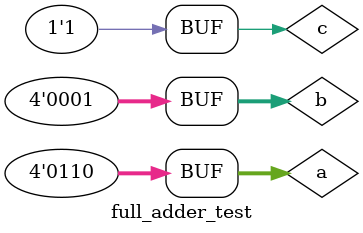
<source format=v>
`timescale 1 ns/10 ps

module full_adder_test; // 4-bit

reg [3:0] a, b;
reg c;
wire [3:0] sum;
wire carry;

full_adder dut (
				.a_in(a),
				.b_in(b),
				.c_in(c),
				.carry_out(carry),
				.sum_out(sum)
				);
initial
	begin
		a = 4'b0000;
		b = 4'b0000;
		c = 1'b0;
		#50;
		a = 4'b0101;
		b = 4'b1010;
		// => sum=1111, carry=0
		#50;
		a = 4'b1111;
		b = 4'b0001;
		// => sum=0000, carry=1
		#50;
		a = 4'b0000;
		b = 4'b1111;
		c = 1'b1;
		// => sum=0000, carry=1
		#50;
		a = 4'b0110;
		b = 4'b0001;
		// => sum=1000, carry=0
	end
endmodule

</source>
